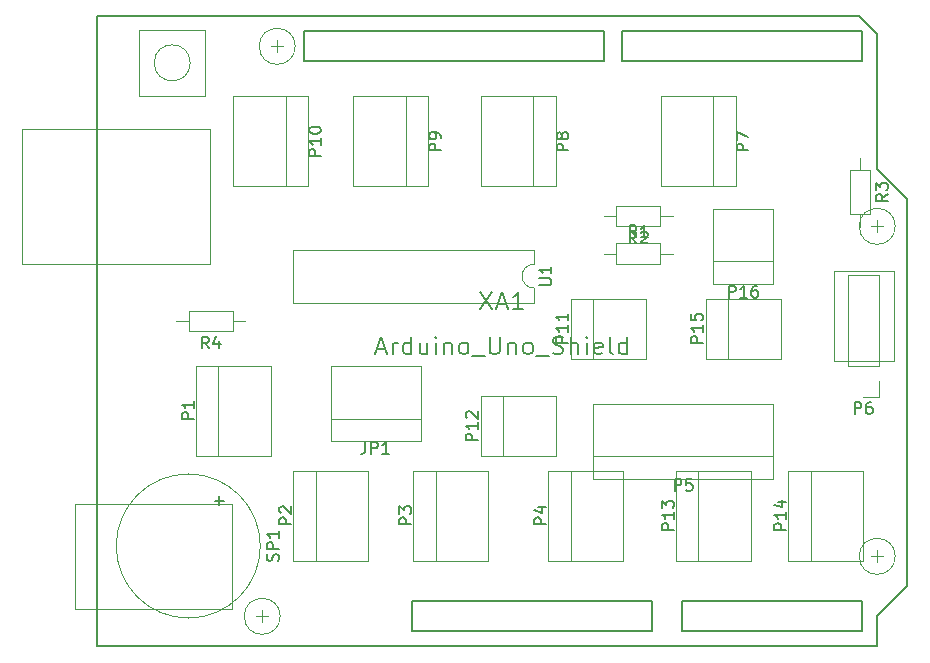
<source format=gbr>
G04 #@! TF.FileFunction,Legend,Top*
%FSLAX46Y46*%
G04 Gerber Fmt 4.6, Leading zero omitted, Abs format (unit mm)*
G04 Created by KiCad (PCBNEW 4.0.4-stable) date 05/07/18 16:35:07*
%MOMM*%
%LPD*%
G01*
G04 APERTURE LIST*
%ADD10C,0.100000*%
%ADD11C,0.120000*%
%ADD12C,0.010000*%
%ADD13C,0.150000*%
G04 APERTURE END LIST*
D10*
D11*
X141605000Y-114295000D02*
X141605000Y-107955000D01*
X133985000Y-114295000D02*
X133985000Y-107955000D01*
X133985000Y-112395000D02*
X141605000Y-112395000D01*
X141605000Y-114295000D02*
X133985000Y-114295000D01*
X133985000Y-107955000D02*
X141605000Y-107955000D01*
X156210000Y-102235000D02*
X156210000Y-107315000D01*
X160650000Y-102235000D02*
X160650000Y-107315000D01*
X154310000Y-107315000D02*
X154310000Y-102235000D01*
X154310000Y-107315000D02*
X160650000Y-107315000D01*
X154310000Y-102235000D02*
X160650000Y-102235000D01*
X148590000Y-110490000D02*
X148590000Y-115570000D01*
X153030000Y-110490000D02*
X153030000Y-115570000D01*
X146690000Y-115570000D02*
X146690000Y-110490000D01*
X146690000Y-115570000D02*
X153030000Y-115570000D01*
X146690000Y-110490000D02*
X153030000Y-110490000D01*
D12*
X128181100Y-128625600D02*
X128181100Y-129641600D01*
X127673100Y-129133600D02*
X128689100Y-129133600D01*
X117767100Y-79476600D02*
X123355100Y-79476600D01*
X123355100Y-79476600D02*
X123355100Y-85064600D01*
X123355100Y-85064600D02*
X117767100Y-85064600D01*
X117767100Y-85064600D02*
X117767100Y-79476600D01*
X122085100Y-82270600D02*
G75*
G03X122085100Y-82270600I-1524000J0D01*
G01*
D13*
X114211100Y-131673600D02*
X114211100Y-78333600D01*
D12*
X112306100Y-119608600D02*
X125641100Y-119608600D01*
X125641100Y-119608600D02*
X125641100Y-128498600D01*
X125641100Y-128498600D02*
X112306100Y-128498600D01*
X112306100Y-128498600D02*
X112306100Y-119608600D01*
X107861100Y-87858600D02*
X123736100Y-87858600D01*
X123736100Y-87858600D02*
X123736100Y-99288600D01*
X123736100Y-99288600D02*
X107861100Y-99288600D01*
X107861100Y-99288600D02*
X107861100Y-87858600D01*
X176568100Y-99923600D02*
X176568100Y-107543600D01*
X176568100Y-107543600D02*
X181648100Y-107543600D01*
X176568100Y-99923600D02*
X181648100Y-99923600D01*
X181648100Y-99923600D02*
X181648100Y-107543600D01*
D13*
X180251100Y-129133600D02*
X180251100Y-131673600D01*
X180251100Y-131673600D02*
X114211100Y-131673600D01*
X182791100Y-93827600D02*
X182791100Y-126593600D01*
X182791100Y-126593600D02*
X180251100Y-129133600D01*
X180251100Y-91287600D02*
X182791100Y-93827600D01*
X180251100Y-79857600D02*
X180251100Y-91287600D01*
X180251100Y-79857600D02*
X178727100Y-78333600D01*
X114211100Y-78333600D02*
X178727100Y-78333600D01*
D12*
X129705100Y-129133600D02*
G75*
G03X129705100Y-129133600I-1524000J0D01*
G01*
X181775100Y-124053600D02*
G75*
G03X181775100Y-124053600I-1524000J0D01*
G01*
X179743100Y-124053600D02*
X180759100Y-124053600D01*
X180251100Y-123545600D02*
X180251100Y-124561600D01*
X181775100Y-96113600D02*
G75*
G03X181775100Y-96113600I-1524000J0D01*
G01*
X180759100Y-96113600D02*
X179743100Y-96113600D01*
X180251100Y-95605600D02*
X180251100Y-96621600D01*
D13*
X157137100Y-79603600D02*
X157137100Y-82143600D01*
X157137100Y-82143600D02*
X131737100Y-82143600D01*
X131737100Y-82143600D02*
X131737100Y-79603600D01*
X131737100Y-79603600D02*
X157137100Y-79603600D01*
D12*
X130975100Y-80873600D02*
G75*
G03X130975100Y-80873600I-1524000J0D01*
G01*
X128943100Y-80873600D02*
X129959100Y-80873600D01*
X129451100Y-80365600D02*
X129451100Y-81381600D01*
D13*
X158661100Y-79603600D02*
X178981100Y-79603600D01*
X178981100Y-79603600D02*
X178981100Y-82143600D01*
X178981100Y-82143600D02*
X158661100Y-82143600D01*
X158661100Y-82143600D02*
X158661100Y-79603600D01*
X163741100Y-127863600D02*
X178981100Y-127863600D01*
X178981100Y-127863600D02*
X178981100Y-130403600D01*
X178981100Y-130403600D02*
X163741100Y-130403600D01*
X163741100Y-130403600D02*
X163741100Y-127863600D01*
X140881100Y-130403600D02*
X140881100Y-127863600D01*
X140881100Y-127863600D02*
X161201100Y-127863600D01*
X161201100Y-127863600D02*
X161201100Y-130403600D01*
X161201100Y-130403600D02*
X140881100Y-130403600D01*
D11*
X151190000Y-101330000D02*
G75*
G02X151190000Y-99330000I0J1000000D01*
G01*
X151190000Y-99330000D02*
X151190000Y-98080000D01*
X151190000Y-98080000D02*
X130750000Y-98080000D01*
X130750000Y-98080000D02*
X130750000Y-102580000D01*
X130750000Y-102580000D02*
X151190000Y-102580000D01*
X151190000Y-102580000D02*
X151190000Y-101330000D01*
X128020000Y-123180000D02*
G75*
G03X128020000Y-123180000I-6100000J0D01*
G01*
X180400000Y-107950000D02*
X180400000Y-100270000D01*
X180400000Y-100270000D02*
X177740000Y-100270000D01*
X177740000Y-100270000D02*
X177740000Y-107950000D01*
X177740000Y-107950000D02*
X180400000Y-107950000D01*
X180400000Y-109220000D02*
X180400000Y-110550000D01*
X180400000Y-110550000D02*
X179070000Y-110550000D01*
X163830000Y-111130000D02*
X156210000Y-111130000D01*
X163830000Y-115570000D02*
X156210000Y-115570000D01*
X163830000Y-117470000D02*
X156210000Y-117470000D01*
X171450000Y-117470000D02*
X171450000Y-111130000D01*
X156210000Y-117470000D02*
X156210000Y-111130000D01*
X163830000Y-115570000D02*
X171450000Y-115570000D01*
X171450000Y-117470000D02*
X163830000Y-117470000D01*
X163830000Y-111130000D02*
X171450000Y-111130000D01*
X167640000Y-102235000D02*
X167640000Y-107315000D01*
X172080000Y-102235000D02*
X172080000Y-107315000D01*
X165740000Y-107315000D02*
X165740000Y-102235000D01*
X165740000Y-107315000D02*
X172080000Y-107315000D01*
X165740000Y-102235000D02*
X172080000Y-102235000D01*
X166370000Y-99060000D02*
X171450000Y-99060000D01*
X166370000Y-94620000D02*
X171450000Y-94620000D01*
X171450000Y-100960000D02*
X166370000Y-100960000D01*
X171450000Y-100960000D02*
X171450000Y-94620000D01*
X166370000Y-100960000D02*
X166370000Y-94620000D01*
X158160000Y-97565000D02*
X158160000Y-99285000D01*
X158160000Y-99285000D02*
X161880000Y-99285000D01*
X161880000Y-99285000D02*
X161880000Y-97565000D01*
X161880000Y-97565000D02*
X158160000Y-97565000D01*
X157090000Y-98425000D02*
X158160000Y-98425000D01*
X162950000Y-98425000D02*
X161880000Y-98425000D01*
X161880000Y-96110000D02*
X161880000Y-94390000D01*
X161880000Y-94390000D02*
X158160000Y-94390000D01*
X158160000Y-94390000D02*
X158160000Y-96110000D01*
X158160000Y-96110000D02*
X161880000Y-96110000D01*
X162950000Y-95250000D02*
X161880000Y-95250000D01*
X157090000Y-95250000D02*
X158160000Y-95250000D01*
X122560000Y-115570000D02*
X128900000Y-115570000D01*
X122560000Y-107950000D02*
X128900000Y-107950000D01*
X124460000Y-107950000D02*
X124460000Y-115570000D01*
X122560000Y-115570000D02*
X122560000Y-107950000D01*
X128900000Y-107950000D02*
X128900000Y-115570000D01*
X130815000Y-124460000D02*
X137155000Y-124460000D01*
X130815000Y-116840000D02*
X137155000Y-116840000D01*
X132715000Y-116840000D02*
X132715000Y-124460000D01*
X130815000Y-124460000D02*
X130815000Y-116840000D01*
X137155000Y-116840000D02*
X137155000Y-124460000D01*
X140975000Y-124460000D02*
X147315000Y-124460000D01*
X140975000Y-116840000D02*
X147315000Y-116840000D01*
X142875000Y-116840000D02*
X142875000Y-124460000D01*
X140975000Y-124460000D02*
X140975000Y-116840000D01*
X147315000Y-116840000D02*
X147315000Y-124460000D01*
X152405000Y-124460000D02*
X158745000Y-124460000D01*
X152405000Y-116840000D02*
X158745000Y-116840000D01*
X154305000Y-116840000D02*
X154305000Y-124460000D01*
X152405000Y-124460000D02*
X152405000Y-116840000D01*
X158745000Y-116840000D02*
X158745000Y-124460000D01*
X163200000Y-124460000D02*
X169540000Y-124460000D01*
X163200000Y-116840000D02*
X169540000Y-116840000D01*
X165100000Y-116840000D02*
X165100000Y-124460000D01*
X163200000Y-124460000D02*
X163200000Y-116840000D01*
X169540000Y-116840000D02*
X169540000Y-124460000D01*
X172725000Y-124460000D02*
X179065000Y-124460000D01*
X172725000Y-116840000D02*
X179065000Y-116840000D01*
X174625000Y-116840000D02*
X174625000Y-124460000D01*
X172725000Y-124460000D02*
X172725000Y-116840000D01*
X179065000Y-116840000D02*
X179065000Y-124460000D01*
X179676000Y-91358000D02*
X177956000Y-91358000D01*
X177956000Y-91358000D02*
X177956000Y-95078000D01*
X177956000Y-95078000D02*
X179676000Y-95078000D01*
X179676000Y-95078000D02*
X179676000Y-91358000D01*
X178816000Y-90288000D02*
X178816000Y-91358000D01*
X178816000Y-96148000D02*
X178816000Y-95078000D01*
X125685000Y-105000000D02*
X125685000Y-103280000D01*
X125685000Y-103280000D02*
X121965000Y-103280000D01*
X121965000Y-103280000D02*
X121965000Y-105000000D01*
X121965000Y-105000000D02*
X125685000Y-105000000D01*
X126755000Y-104140000D02*
X125685000Y-104140000D01*
X120895000Y-104140000D02*
X121965000Y-104140000D01*
X168270000Y-85090000D02*
X161930000Y-85090000D01*
X168270000Y-92710000D02*
X161930000Y-92710000D01*
X166370000Y-92710000D02*
X166370000Y-85090000D01*
X168270000Y-85090000D02*
X168270000Y-92710000D01*
X161930000Y-92710000D02*
X161930000Y-85090000D01*
X153030000Y-85090000D02*
X146690000Y-85090000D01*
X153030000Y-92710000D02*
X146690000Y-92710000D01*
X151130000Y-92710000D02*
X151130000Y-85090000D01*
X153030000Y-85090000D02*
X153030000Y-92710000D01*
X146690000Y-92710000D02*
X146690000Y-85090000D01*
X142235000Y-85090000D02*
X135895000Y-85090000D01*
X142235000Y-92710000D02*
X135895000Y-92710000D01*
X140335000Y-92710000D02*
X140335000Y-85090000D01*
X142235000Y-85090000D02*
X142235000Y-92710000D01*
X135895000Y-92710000D02*
X135895000Y-85090000D01*
X132075000Y-85090000D02*
X125735000Y-85090000D01*
X132075000Y-92710000D02*
X125735000Y-92710000D01*
X130175000Y-92710000D02*
X130175000Y-85090000D01*
X132075000Y-85090000D02*
X132075000Y-92710000D01*
X125735000Y-92710000D02*
X125735000Y-85090000D01*
D13*
X136911667Y-114377381D02*
X136911667Y-115091667D01*
X136864047Y-115234524D01*
X136768809Y-115329762D01*
X136625952Y-115377381D01*
X136530714Y-115377381D01*
X137387857Y-115377381D02*
X137387857Y-114377381D01*
X137768810Y-114377381D01*
X137864048Y-114425000D01*
X137911667Y-114472619D01*
X137959286Y-114567857D01*
X137959286Y-114710714D01*
X137911667Y-114805952D01*
X137864048Y-114853571D01*
X137768810Y-114901190D01*
X137387857Y-114901190D01*
X138911667Y-115377381D02*
X138340238Y-115377381D01*
X138625952Y-115377381D02*
X138625952Y-114377381D01*
X138530714Y-114520238D01*
X138435476Y-114615476D01*
X138340238Y-114663095D01*
X154032381Y-105989286D02*
X153032381Y-105989286D01*
X153032381Y-105608333D01*
X153080000Y-105513095D01*
X153127619Y-105465476D01*
X153222857Y-105417857D01*
X153365714Y-105417857D01*
X153460952Y-105465476D01*
X153508571Y-105513095D01*
X153556190Y-105608333D01*
X153556190Y-105989286D01*
X154032381Y-104465476D02*
X154032381Y-105036905D01*
X154032381Y-104751191D02*
X153032381Y-104751191D01*
X153175238Y-104846429D01*
X153270476Y-104941667D01*
X153318095Y-105036905D01*
X154032381Y-103513095D02*
X154032381Y-104084524D01*
X154032381Y-103798810D02*
X153032381Y-103798810D01*
X153175238Y-103894048D01*
X153270476Y-103989286D01*
X153318095Y-104084524D01*
X146412381Y-114244286D02*
X145412381Y-114244286D01*
X145412381Y-113863333D01*
X145460000Y-113768095D01*
X145507619Y-113720476D01*
X145602857Y-113672857D01*
X145745714Y-113672857D01*
X145840952Y-113720476D01*
X145888571Y-113768095D01*
X145936190Y-113863333D01*
X145936190Y-114244286D01*
X146412381Y-112720476D02*
X146412381Y-113291905D01*
X146412381Y-113006191D02*
X145412381Y-113006191D01*
X145555238Y-113101429D01*
X145650476Y-113196667D01*
X145698095Y-113291905D01*
X145507619Y-112339524D02*
X145460000Y-112291905D01*
X145412381Y-112196667D01*
X145412381Y-111958571D01*
X145460000Y-111863333D01*
X145507619Y-111815714D01*
X145602857Y-111768095D01*
X145698095Y-111768095D01*
X145840952Y-111815714D01*
X146412381Y-112387143D01*
X146412381Y-111768095D01*
X146643958Y-101642171D02*
X147643958Y-103142171D01*
X147643958Y-101642171D02*
X146643958Y-103142171D01*
X148143957Y-102713600D02*
X148858243Y-102713600D01*
X148001100Y-103142171D02*
X148501100Y-101642171D01*
X149001100Y-103142171D01*
X150286814Y-103142171D02*
X149429671Y-103142171D01*
X149858243Y-103142171D02*
X149858243Y-101642171D01*
X149715386Y-101856457D01*
X149572528Y-101999314D01*
X149429671Y-102070743D01*
X137858243Y-106523600D02*
X138572529Y-106523600D01*
X137715386Y-106952171D02*
X138215386Y-105452171D01*
X138715386Y-106952171D01*
X139215386Y-106952171D02*
X139215386Y-105952171D01*
X139215386Y-106237886D02*
X139286814Y-106095029D01*
X139358243Y-106023600D01*
X139501100Y-105952171D01*
X139643957Y-105952171D01*
X140786814Y-106952171D02*
X140786814Y-105452171D01*
X140786814Y-106880743D02*
X140643957Y-106952171D01*
X140358243Y-106952171D01*
X140215385Y-106880743D01*
X140143957Y-106809314D01*
X140072528Y-106666457D01*
X140072528Y-106237886D01*
X140143957Y-106095029D01*
X140215385Y-106023600D01*
X140358243Y-105952171D01*
X140643957Y-105952171D01*
X140786814Y-106023600D01*
X142143957Y-105952171D02*
X142143957Y-106952171D01*
X141501100Y-105952171D02*
X141501100Y-106737886D01*
X141572528Y-106880743D01*
X141715386Y-106952171D01*
X141929671Y-106952171D01*
X142072528Y-106880743D01*
X142143957Y-106809314D01*
X142858243Y-106952171D02*
X142858243Y-105952171D01*
X142858243Y-105452171D02*
X142786814Y-105523600D01*
X142858243Y-105595029D01*
X142929671Y-105523600D01*
X142858243Y-105452171D01*
X142858243Y-105595029D01*
X143572529Y-105952171D02*
X143572529Y-106952171D01*
X143572529Y-106095029D02*
X143643957Y-106023600D01*
X143786815Y-105952171D01*
X144001100Y-105952171D01*
X144143957Y-106023600D01*
X144215386Y-106166457D01*
X144215386Y-106952171D01*
X145143958Y-106952171D02*
X145001100Y-106880743D01*
X144929672Y-106809314D01*
X144858243Y-106666457D01*
X144858243Y-106237886D01*
X144929672Y-106095029D01*
X145001100Y-106023600D01*
X145143958Y-105952171D01*
X145358243Y-105952171D01*
X145501100Y-106023600D01*
X145572529Y-106095029D01*
X145643958Y-106237886D01*
X145643958Y-106666457D01*
X145572529Y-106809314D01*
X145501100Y-106880743D01*
X145358243Y-106952171D01*
X145143958Y-106952171D01*
X145929672Y-107095029D02*
X147072529Y-107095029D01*
X147429672Y-105452171D02*
X147429672Y-106666457D01*
X147501100Y-106809314D01*
X147572529Y-106880743D01*
X147715386Y-106952171D01*
X148001100Y-106952171D01*
X148143958Y-106880743D01*
X148215386Y-106809314D01*
X148286815Y-106666457D01*
X148286815Y-105452171D01*
X149001101Y-105952171D02*
X149001101Y-106952171D01*
X149001101Y-106095029D02*
X149072529Y-106023600D01*
X149215387Y-105952171D01*
X149429672Y-105952171D01*
X149572529Y-106023600D01*
X149643958Y-106166457D01*
X149643958Y-106952171D01*
X150572530Y-106952171D02*
X150429672Y-106880743D01*
X150358244Y-106809314D01*
X150286815Y-106666457D01*
X150286815Y-106237886D01*
X150358244Y-106095029D01*
X150429672Y-106023600D01*
X150572530Y-105952171D01*
X150786815Y-105952171D01*
X150929672Y-106023600D01*
X151001101Y-106095029D01*
X151072530Y-106237886D01*
X151072530Y-106666457D01*
X151001101Y-106809314D01*
X150929672Y-106880743D01*
X150786815Y-106952171D01*
X150572530Y-106952171D01*
X151358244Y-107095029D02*
X152501101Y-107095029D01*
X152786815Y-106880743D02*
X153001101Y-106952171D01*
X153358244Y-106952171D01*
X153501101Y-106880743D01*
X153572530Y-106809314D01*
X153643958Y-106666457D01*
X153643958Y-106523600D01*
X153572530Y-106380743D01*
X153501101Y-106309314D01*
X153358244Y-106237886D01*
X153072530Y-106166457D01*
X152929672Y-106095029D01*
X152858244Y-106023600D01*
X152786815Y-105880743D01*
X152786815Y-105737886D01*
X152858244Y-105595029D01*
X152929672Y-105523600D01*
X153072530Y-105452171D01*
X153429672Y-105452171D01*
X153643958Y-105523600D01*
X154286815Y-106952171D02*
X154286815Y-105452171D01*
X154929672Y-106952171D02*
X154929672Y-106166457D01*
X154858243Y-106023600D01*
X154715386Y-105952171D01*
X154501101Y-105952171D01*
X154358243Y-106023600D01*
X154286815Y-106095029D01*
X155643958Y-106952171D02*
X155643958Y-105952171D01*
X155643958Y-105452171D02*
X155572529Y-105523600D01*
X155643958Y-105595029D01*
X155715386Y-105523600D01*
X155643958Y-105452171D01*
X155643958Y-105595029D01*
X156929672Y-106880743D02*
X156786815Y-106952171D01*
X156501101Y-106952171D01*
X156358244Y-106880743D01*
X156286815Y-106737886D01*
X156286815Y-106166457D01*
X156358244Y-106023600D01*
X156501101Y-105952171D01*
X156786815Y-105952171D01*
X156929672Y-106023600D01*
X157001101Y-106166457D01*
X157001101Y-106309314D01*
X156286815Y-106452171D01*
X157858244Y-106952171D02*
X157715386Y-106880743D01*
X157643958Y-106737886D01*
X157643958Y-105452171D01*
X159072529Y-106952171D02*
X159072529Y-105452171D01*
X159072529Y-106880743D02*
X158929672Y-106952171D01*
X158643958Y-106952171D01*
X158501100Y-106880743D01*
X158429672Y-106809314D01*
X158358243Y-106666457D01*
X158358243Y-106237886D01*
X158429672Y-106095029D01*
X158501100Y-106023600D01*
X158643958Y-105952171D01*
X158929672Y-105952171D01*
X159072529Y-106023600D01*
X151642381Y-101091905D02*
X152451905Y-101091905D01*
X152547143Y-101044286D01*
X152594762Y-100996667D01*
X152642381Y-100901429D01*
X152642381Y-100710952D01*
X152594762Y-100615714D01*
X152547143Y-100568095D01*
X152451905Y-100520476D01*
X151642381Y-100520476D01*
X152642381Y-99520476D02*
X152642381Y-100091905D01*
X152642381Y-99806191D02*
X151642381Y-99806191D01*
X151785238Y-99901429D01*
X151880476Y-99996667D01*
X151928095Y-100091905D01*
X129524762Y-124441905D02*
X129572381Y-124299048D01*
X129572381Y-124060952D01*
X129524762Y-123965714D01*
X129477143Y-123918095D01*
X129381905Y-123870476D01*
X129286667Y-123870476D01*
X129191429Y-123918095D01*
X129143810Y-123965714D01*
X129096190Y-124060952D01*
X129048571Y-124251429D01*
X129000952Y-124346667D01*
X128953333Y-124394286D01*
X128858095Y-124441905D01*
X128762857Y-124441905D01*
X128667619Y-124394286D01*
X128620000Y-124346667D01*
X128572381Y-124251429D01*
X128572381Y-124013333D01*
X128620000Y-123870476D01*
X129572381Y-123441905D02*
X128572381Y-123441905D01*
X128572381Y-123060952D01*
X128620000Y-122965714D01*
X128667619Y-122918095D01*
X128762857Y-122870476D01*
X128905714Y-122870476D01*
X129000952Y-122918095D01*
X129048571Y-122965714D01*
X129096190Y-123060952D01*
X129096190Y-123441905D01*
X129572381Y-121918095D02*
X129572381Y-122489524D01*
X129572381Y-122203810D02*
X128572381Y-122203810D01*
X128715238Y-122299048D01*
X128810476Y-122394286D01*
X128858095Y-122489524D01*
X124531429Y-119750952D02*
X124531429Y-118989047D01*
X124912381Y-119369999D02*
X124150476Y-119369999D01*
X178331905Y-112002381D02*
X178331905Y-111002381D01*
X178712858Y-111002381D01*
X178808096Y-111050000D01*
X178855715Y-111097619D01*
X178903334Y-111192857D01*
X178903334Y-111335714D01*
X178855715Y-111430952D01*
X178808096Y-111478571D01*
X178712858Y-111526190D01*
X178331905Y-111526190D01*
X179760477Y-111002381D02*
X179570000Y-111002381D01*
X179474762Y-111050000D01*
X179427143Y-111097619D01*
X179331905Y-111240476D01*
X179284286Y-111430952D01*
X179284286Y-111811905D01*
X179331905Y-111907143D01*
X179379524Y-111954762D01*
X179474762Y-112002381D01*
X179665239Y-112002381D01*
X179760477Y-111954762D01*
X179808096Y-111907143D01*
X179855715Y-111811905D01*
X179855715Y-111573810D01*
X179808096Y-111478571D01*
X179760477Y-111430952D01*
X179665239Y-111383333D01*
X179474762Y-111383333D01*
X179379524Y-111430952D01*
X179331905Y-111478571D01*
X179284286Y-111573810D01*
X163091905Y-118502381D02*
X163091905Y-117502381D01*
X163472858Y-117502381D01*
X163568096Y-117550000D01*
X163615715Y-117597619D01*
X163663334Y-117692857D01*
X163663334Y-117835714D01*
X163615715Y-117930952D01*
X163568096Y-117978571D01*
X163472858Y-118026190D01*
X163091905Y-118026190D01*
X164568096Y-117502381D02*
X164091905Y-117502381D01*
X164044286Y-117978571D01*
X164091905Y-117930952D01*
X164187143Y-117883333D01*
X164425239Y-117883333D01*
X164520477Y-117930952D01*
X164568096Y-117978571D01*
X164615715Y-118073810D01*
X164615715Y-118311905D01*
X164568096Y-118407143D01*
X164520477Y-118454762D01*
X164425239Y-118502381D01*
X164187143Y-118502381D01*
X164091905Y-118454762D01*
X164044286Y-118407143D01*
X165462381Y-105989286D02*
X164462381Y-105989286D01*
X164462381Y-105608333D01*
X164510000Y-105513095D01*
X164557619Y-105465476D01*
X164652857Y-105417857D01*
X164795714Y-105417857D01*
X164890952Y-105465476D01*
X164938571Y-105513095D01*
X164986190Y-105608333D01*
X164986190Y-105989286D01*
X165462381Y-104465476D02*
X165462381Y-105036905D01*
X165462381Y-104751191D02*
X164462381Y-104751191D01*
X164605238Y-104846429D01*
X164700476Y-104941667D01*
X164748095Y-105036905D01*
X164462381Y-103560714D02*
X164462381Y-104036905D01*
X164938571Y-104084524D01*
X164890952Y-104036905D01*
X164843333Y-103941667D01*
X164843333Y-103703571D01*
X164890952Y-103608333D01*
X164938571Y-103560714D01*
X165033810Y-103513095D01*
X165271905Y-103513095D01*
X165367143Y-103560714D01*
X165414762Y-103608333D01*
X165462381Y-103703571D01*
X165462381Y-103941667D01*
X165414762Y-104036905D01*
X165367143Y-104084524D01*
X167695714Y-102142381D02*
X167695714Y-101142381D01*
X168076667Y-101142381D01*
X168171905Y-101190000D01*
X168219524Y-101237619D01*
X168267143Y-101332857D01*
X168267143Y-101475714D01*
X168219524Y-101570952D01*
X168171905Y-101618571D01*
X168076667Y-101666190D01*
X167695714Y-101666190D01*
X169219524Y-102142381D02*
X168648095Y-102142381D01*
X168933809Y-102142381D02*
X168933809Y-101142381D01*
X168838571Y-101285238D01*
X168743333Y-101380476D01*
X168648095Y-101428095D01*
X170076667Y-101142381D02*
X169886190Y-101142381D01*
X169790952Y-101190000D01*
X169743333Y-101237619D01*
X169648095Y-101380476D01*
X169600476Y-101570952D01*
X169600476Y-101951905D01*
X169648095Y-102047143D01*
X169695714Y-102094762D01*
X169790952Y-102142381D01*
X169981429Y-102142381D01*
X170076667Y-102094762D01*
X170124286Y-102047143D01*
X170171905Y-101951905D01*
X170171905Y-101713810D01*
X170124286Y-101618571D01*
X170076667Y-101570952D01*
X169981429Y-101523333D01*
X169790952Y-101523333D01*
X169695714Y-101570952D01*
X169648095Y-101618571D01*
X169600476Y-101713810D01*
X159853334Y-97017381D02*
X159520000Y-96541190D01*
X159281905Y-97017381D02*
X159281905Y-96017381D01*
X159662858Y-96017381D01*
X159758096Y-96065000D01*
X159805715Y-96112619D01*
X159853334Y-96207857D01*
X159853334Y-96350714D01*
X159805715Y-96445952D01*
X159758096Y-96493571D01*
X159662858Y-96541190D01*
X159281905Y-96541190D01*
X160805715Y-97017381D02*
X160234286Y-97017381D01*
X160520000Y-97017381D02*
X160520000Y-96017381D01*
X160424762Y-96160238D01*
X160329524Y-96255476D01*
X160234286Y-96303095D01*
X159853334Y-97562381D02*
X159520000Y-97086190D01*
X159281905Y-97562381D02*
X159281905Y-96562381D01*
X159662858Y-96562381D01*
X159758096Y-96610000D01*
X159805715Y-96657619D01*
X159853334Y-96752857D01*
X159853334Y-96895714D01*
X159805715Y-96990952D01*
X159758096Y-97038571D01*
X159662858Y-97086190D01*
X159281905Y-97086190D01*
X160234286Y-96657619D02*
X160281905Y-96610000D01*
X160377143Y-96562381D01*
X160615239Y-96562381D01*
X160710477Y-96610000D01*
X160758096Y-96657619D01*
X160805715Y-96752857D01*
X160805715Y-96848095D01*
X160758096Y-96990952D01*
X160186667Y-97562381D01*
X160805715Y-97562381D01*
X122382381Y-112448095D02*
X121382381Y-112448095D01*
X121382381Y-112067142D01*
X121430000Y-111971904D01*
X121477619Y-111924285D01*
X121572857Y-111876666D01*
X121715714Y-111876666D01*
X121810952Y-111924285D01*
X121858571Y-111971904D01*
X121906190Y-112067142D01*
X121906190Y-112448095D01*
X122382381Y-110924285D02*
X122382381Y-111495714D01*
X122382381Y-111210000D02*
X121382381Y-111210000D01*
X121525238Y-111305238D01*
X121620476Y-111400476D01*
X121668095Y-111495714D01*
X130637381Y-121338095D02*
X129637381Y-121338095D01*
X129637381Y-120957142D01*
X129685000Y-120861904D01*
X129732619Y-120814285D01*
X129827857Y-120766666D01*
X129970714Y-120766666D01*
X130065952Y-120814285D01*
X130113571Y-120861904D01*
X130161190Y-120957142D01*
X130161190Y-121338095D01*
X129732619Y-120385714D02*
X129685000Y-120338095D01*
X129637381Y-120242857D01*
X129637381Y-120004761D01*
X129685000Y-119909523D01*
X129732619Y-119861904D01*
X129827857Y-119814285D01*
X129923095Y-119814285D01*
X130065952Y-119861904D01*
X130637381Y-120433333D01*
X130637381Y-119814285D01*
X140797381Y-121338095D02*
X139797381Y-121338095D01*
X139797381Y-120957142D01*
X139845000Y-120861904D01*
X139892619Y-120814285D01*
X139987857Y-120766666D01*
X140130714Y-120766666D01*
X140225952Y-120814285D01*
X140273571Y-120861904D01*
X140321190Y-120957142D01*
X140321190Y-121338095D01*
X139797381Y-120433333D02*
X139797381Y-119814285D01*
X140178333Y-120147619D01*
X140178333Y-120004761D01*
X140225952Y-119909523D01*
X140273571Y-119861904D01*
X140368810Y-119814285D01*
X140606905Y-119814285D01*
X140702143Y-119861904D01*
X140749762Y-119909523D01*
X140797381Y-120004761D01*
X140797381Y-120290476D01*
X140749762Y-120385714D01*
X140702143Y-120433333D01*
X152227381Y-121338095D02*
X151227381Y-121338095D01*
X151227381Y-120957142D01*
X151275000Y-120861904D01*
X151322619Y-120814285D01*
X151417857Y-120766666D01*
X151560714Y-120766666D01*
X151655952Y-120814285D01*
X151703571Y-120861904D01*
X151751190Y-120957142D01*
X151751190Y-121338095D01*
X151560714Y-119909523D02*
X152227381Y-119909523D01*
X151179762Y-120147619D02*
X151894048Y-120385714D01*
X151894048Y-119766666D01*
X163022381Y-121814286D02*
X162022381Y-121814286D01*
X162022381Y-121433333D01*
X162070000Y-121338095D01*
X162117619Y-121290476D01*
X162212857Y-121242857D01*
X162355714Y-121242857D01*
X162450952Y-121290476D01*
X162498571Y-121338095D01*
X162546190Y-121433333D01*
X162546190Y-121814286D01*
X163022381Y-120290476D02*
X163022381Y-120861905D01*
X163022381Y-120576191D02*
X162022381Y-120576191D01*
X162165238Y-120671429D01*
X162260476Y-120766667D01*
X162308095Y-120861905D01*
X162022381Y-119957143D02*
X162022381Y-119338095D01*
X162403333Y-119671429D01*
X162403333Y-119528571D01*
X162450952Y-119433333D01*
X162498571Y-119385714D01*
X162593810Y-119338095D01*
X162831905Y-119338095D01*
X162927143Y-119385714D01*
X162974762Y-119433333D01*
X163022381Y-119528571D01*
X163022381Y-119814286D01*
X162974762Y-119909524D01*
X162927143Y-119957143D01*
X172547381Y-121814286D02*
X171547381Y-121814286D01*
X171547381Y-121433333D01*
X171595000Y-121338095D01*
X171642619Y-121290476D01*
X171737857Y-121242857D01*
X171880714Y-121242857D01*
X171975952Y-121290476D01*
X172023571Y-121338095D01*
X172071190Y-121433333D01*
X172071190Y-121814286D01*
X172547381Y-120290476D02*
X172547381Y-120861905D01*
X172547381Y-120576191D02*
X171547381Y-120576191D01*
X171690238Y-120671429D01*
X171785476Y-120766667D01*
X171833095Y-120861905D01*
X171880714Y-119433333D02*
X172547381Y-119433333D01*
X171499762Y-119671429D02*
X172214048Y-119909524D01*
X172214048Y-119290476D01*
X181128381Y-93384666D02*
X180652190Y-93718000D01*
X181128381Y-93956095D02*
X180128381Y-93956095D01*
X180128381Y-93575142D01*
X180176000Y-93479904D01*
X180223619Y-93432285D01*
X180318857Y-93384666D01*
X180461714Y-93384666D01*
X180556952Y-93432285D01*
X180604571Y-93479904D01*
X180652190Y-93575142D01*
X180652190Y-93956095D01*
X180128381Y-93051333D02*
X180128381Y-92432285D01*
X180509333Y-92765619D01*
X180509333Y-92622761D01*
X180556952Y-92527523D01*
X180604571Y-92479904D01*
X180699810Y-92432285D01*
X180937905Y-92432285D01*
X181033143Y-92479904D01*
X181080762Y-92527523D01*
X181128381Y-92622761D01*
X181128381Y-92908476D01*
X181080762Y-93003714D01*
X181033143Y-93051333D01*
X123658334Y-106452381D02*
X123325000Y-105976190D01*
X123086905Y-106452381D02*
X123086905Y-105452381D01*
X123467858Y-105452381D01*
X123563096Y-105500000D01*
X123610715Y-105547619D01*
X123658334Y-105642857D01*
X123658334Y-105785714D01*
X123610715Y-105880952D01*
X123563096Y-105928571D01*
X123467858Y-105976190D01*
X123086905Y-105976190D01*
X124515477Y-105785714D02*
X124515477Y-106452381D01*
X124277381Y-105404762D02*
X124039286Y-106119048D01*
X124658334Y-106119048D01*
X169352381Y-89688095D02*
X168352381Y-89688095D01*
X168352381Y-89307142D01*
X168400000Y-89211904D01*
X168447619Y-89164285D01*
X168542857Y-89116666D01*
X168685714Y-89116666D01*
X168780952Y-89164285D01*
X168828571Y-89211904D01*
X168876190Y-89307142D01*
X168876190Y-89688095D01*
X168352381Y-88783333D02*
X168352381Y-88116666D01*
X169352381Y-88545238D01*
X154112381Y-89688095D02*
X153112381Y-89688095D01*
X153112381Y-89307142D01*
X153160000Y-89211904D01*
X153207619Y-89164285D01*
X153302857Y-89116666D01*
X153445714Y-89116666D01*
X153540952Y-89164285D01*
X153588571Y-89211904D01*
X153636190Y-89307142D01*
X153636190Y-89688095D01*
X153540952Y-88545238D02*
X153493333Y-88640476D01*
X153445714Y-88688095D01*
X153350476Y-88735714D01*
X153302857Y-88735714D01*
X153207619Y-88688095D01*
X153160000Y-88640476D01*
X153112381Y-88545238D01*
X153112381Y-88354761D01*
X153160000Y-88259523D01*
X153207619Y-88211904D01*
X153302857Y-88164285D01*
X153350476Y-88164285D01*
X153445714Y-88211904D01*
X153493333Y-88259523D01*
X153540952Y-88354761D01*
X153540952Y-88545238D01*
X153588571Y-88640476D01*
X153636190Y-88688095D01*
X153731429Y-88735714D01*
X153921905Y-88735714D01*
X154017143Y-88688095D01*
X154064762Y-88640476D01*
X154112381Y-88545238D01*
X154112381Y-88354761D01*
X154064762Y-88259523D01*
X154017143Y-88211904D01*
X153921905Y-88164285D01*
X153731429Y-88164285D01*
X153636190Y-88211904D01*
X153588571Y-88259523D01*
X153540952Y-88354761D01*
X143317381Y-89688095D02*
X142317381Y-89688095D01*
X142317381Y-89307142D01*
X142365000Y-89211904D01*
X142412619Y-89164285D01*
X142507857Y-89116666D01*
X142650714Y-89116666D01*
X142745952Y-89164285D01*
X142793571Y-89211904D01*
X142841190Y-89307142D01*
X142841190Y-89688095D01*
X143317381Y-88640476D02*
X143317381Y-88450000D01*
X143269762Y-88354761D01*
X143222143Y-88307142D01*
X143079286Y-88211904D01*
X142888810Y-88164285D01*
X142507857Y-88164285D01*
X142412619Y-88211904D01*
X142365000Y-88259523D01*
X142317381Y-88354761D01*
X142317381Y-88545238D01*
X142365000Y-88640476D01*
X142412619Y-88688095D01*
X142507857Y-88735714D01*
X142745952Y-88735714D01*
X142841190Y-88688095D01*
X142888810Y-88640476D01*
X142936429Y-88545238D01*
X142936429Y-88354761D01*
X142888810Y-88259523D01*
X142841190Y-88211904D01*
X142745952Y-88164285D01*
X133157381Y-90164286D02*
X132157381Y-90164286D01*
X132157381Y-89783333D01*
X132205000Y-89688095D01*
X132252619Y-89640476D01*
X132347857Y-89592857D01*
X132490714Y-89592857D01*
X132585952Y-89640476D01*
X132633571Y-89688095D01*
X132681190Y-89783333D01*
X132681190Y-90164286D01*
X133157381Y-88640476D02*
X133157381Y-89211905D01*
X133157381Y-88926191D02*
X132157381Y-88926191D01*
X132300238Y-89021429D01*
X132395476Y-89116667D01*
X132443095Y-89211905D01*
X132157381Y-88021429D02*
X132157381Y-87926190D01*
X132205000Y-87830952D01*
X132252619Y-87783333D01*
X132347857Y-87735714D01*
X132538333Y-87688095D01*
X132776429Y-87688095D01*
X132966905Y-87735714D01*
X133062143Y-87783333D01*
X133109762Y-87830952D01*
X133157381Y-87926190D01*
X133157381Y-88021429D01*
X133109762Y-88116667D01*
X133062143Y-88164286D01*
X132966905Y-88211905D01*
X132776429Y-88259524D01*
X132538333Y-88259524D01*
X132347857Y-88211905D01*
X132252619Y-88164286D01*
X132205000Y-88116667D01*
X132157381Y-88021429D01*
M02*

</source>
